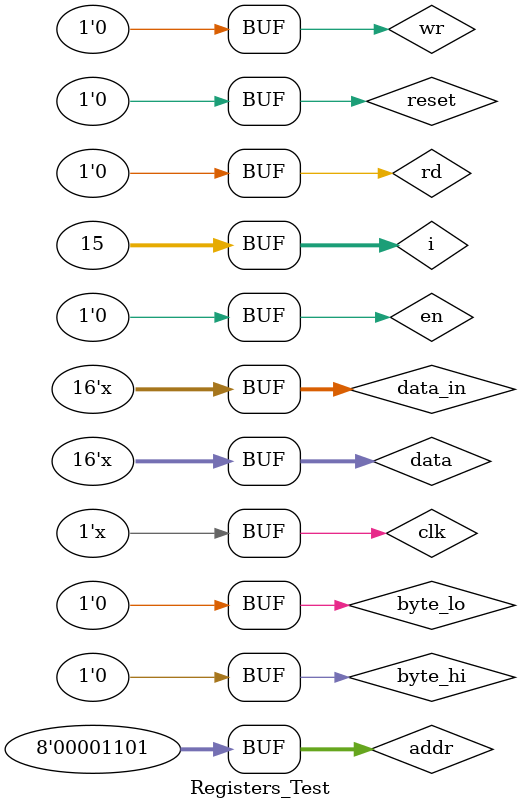
<source format=v>



module Registers_Test;

  parameter ADDR_WIDTH=8;
  parameter DATA_WIDTH=16;

  reg clk;          // System clock
  reg reset;        // System reset

  reg en;           // Access enable
  reg rd;           // Read enable
  reg wr;           // Write enable
  reg byte_lo;      // Low byte enable
  reg byte_hi;      // High byte enable

  reg [ADDR_WIDTH-1:0] addr;
  reg [DATA_WIDTH-1:0] data_in;
  wire [DATA_WIDTH-1:0] data;
/*
  CC_Bidir #(DATA_WIDTH) bidir(.sel_in(en & wr),
                               .io(data),
                               .in(data_in));
*/
  assign data = data_in;
  Registers #(.ADDR_BUS_WIDTH(ADDR_WIDTH), .DATA_BUS_WIDTH(DATA_WIDTH))
      registers(.reset(reset),
                .en(en),
                .rd(rd),
                .wr(wr),
                .be({byte_hi, byte_lo}),
                .addr(addr),
                .data(data));

  // Generate clock.
  always
    #1 clk = ~clk;

  integer i;
  initial begin
    clk = 0;

    reset = 0;
    byte_hi = 1;
    byte_lo = 1;
    en = 0;
    rd = 0;
    wr = 0;

    // Reset
    #5 reset = 1;
    #1 reset = 0;

    #5 read_test();

    #1 addr = 'bx;

    // Test some writes
    #5 write16(0, 'hdead);
    #1 write16(2, 'hbeef);
    #1 write16(4, 'hcafe);
    #1 write16(8, 'hface);
    #1 write16(16, 'hbead);
    #1 write16(18, 'hfade);
    #1 write16(24, 'hdeaf);
    #1 write16(26, 'hface);
    #1 write16(28, 'hface);
    #1 write16(30, 'hface);

    #1 addr = 'bx;

    // Test some reads
    #5 read_test();

    #1 addr = 'bx;

    // Test some byte writes
    for (i = 0; i < 15; i = i + 1)
    begin
      #1 write8(i * 2, 'h0000);
      #1 write8(i * 2 + 1, 'hffff);
    end

    // Test some reads
    #5 read_test();

  end

  // Task to write a word.
  task write16;
    input [ADDR_WIDTH-1:0] addr_arg;
    input [DATA_WIDTH-1:0] data_arg;
    begin
          addr = addr_arg >> 1;
          data_in = data_arg;
      #1  en = 1; rd = 0; wr = 1; byte_lo = 1; byte_hi = 1;
      #1  en = 1; rd = 0; wr = 0;
      #1  en = 0; rd = 0; wr = 0; byte_lo = 0; byte_hi = 0;
    end
  endtask

  // Task to write a byte.
  task write8;
    input [ADDR_WIDTH-1:0] addr_arg;
    input [DATA_WIDTH/2-1:0] data_arg;
    begin
          addr = addr_arg >> 1;
          data_in = {data_arg, data_arg};
      #1  en = 1; rd = 0; wr = 1; byte_lo = ~addr_arg[0]; byte_hi = addr_arg[0];
      #1  en = 1; rd = 0; wr = 0;
      #1  en = 0; rd = 0; wr = 0; byte_lo = 0; byte_hi = 0;
    end
  endtask

  // Task to read a word.
  task read;
    input [ADDR_WIDTH-1:0] addr_arg;
    begin
          addr = addr_arg >> 1;
          data_in = 'bz;
      #1  en = 1; rd = 1; wr = 0;
      #3  en = 1; rd = 0; wr = 0;
      #1  en = 0; rd = 0; wr = 0;
    end
  endtask

  // Readback test for the register
  task read_test;
    begin
      // Test some reads
      #5 read(0);
      #1 read(2);
      #1 read(4);
      #1 read(8);
      #1 read(16);
      #1 read(17);
      #1 read(18);
      #1 read(19);
      #1 read(24);
      #1 read(25);
      #1 read(26);
      #1 read(27);
    end
  endtask

endmodule

</source>
